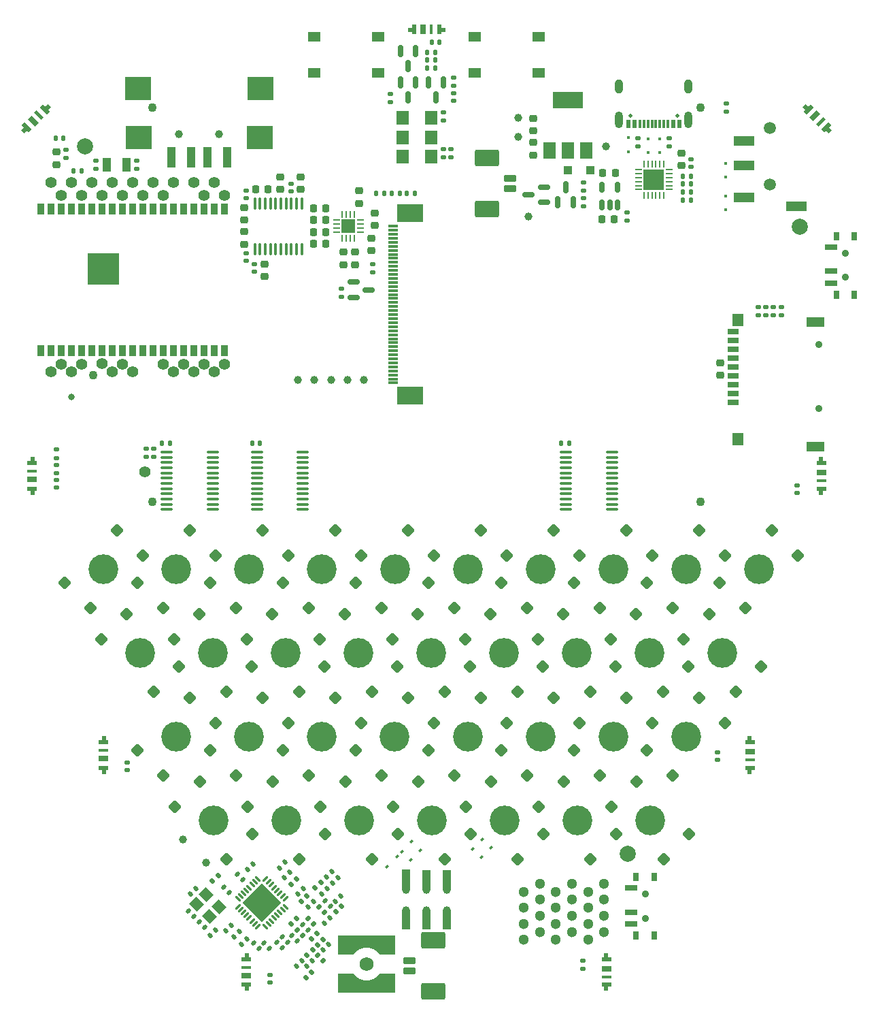
<source format=gbr>
G04 #@! TF.GenerationSoftware,KiCad,Pcbnew,7.99.0-1.20230515git1adcb86.fc37*
G04 #@! TF.CreationDate,2023-05-21T15:40:41+01:00*
G04 #@! TF.ProjectId,tr23-badge-r2,74723233-2d62-4616-9467-652d72322e6b,r2*
G04 #@! TF.SameCoordinates,Original*
G04 #@! TF.FileFunction,Soldermask,Bot*
G04 #@! TF.FilePolarity,Negative*
%FSLAX46Y46*%
G04 Gerber Fmt 4.6, Leading zero omitted, Abs format (unit mm)*
G04 Created by KiCad (PCBNEW 7.99.0-1.20230515git1adcb86.fc37) date 2023-05-21 15:40:41*
%MOMM*%
%LPD*%
G01*
G04 APERTURE LIST*
G04 Aperture macros list*
%AMRoundRect*
0 Rectangle with rounded corners*
0 $1 Rounding radius*
0 $2 $3 $4 $5 $6 $7 $8 $9 X,Y pos of 4 corners*
0 Add a 4 corners polygon primitive as box body*
4,1,4,$2,$3,$4,$5,$6,$7,$8,$9,$2,$3,0*
0 Add four circle primitives for the rounded corners*
1,1,$1+$1,$2,$3*
1,1,$1+$1,$4,$5*
1,1,$1+$1,$6,$7*
1,1,$1+$1,$8,$9*
0 Add four rect primitives between the rounded corners*
20,1,$1+$1,$2,$3,$4,$5,0*
20,1,$1+$1,$4,$5,$6,$7,0*
20,1,$1+$1,$6,$7,$8,$9,0*
20,1,$1+$1,$8,$9,$2,$3,0*%
%AMRotRect*
0 Rectangle, with rotation*
0 The origin of the aperture is its center*
0 $1 length*
0 $2 width*
0 $3 Rotation angle, in degrees counterclockwise*
0 Add horizontal line*
21,1,$1,$2,0,0,$3*%
%AMFreePoly0*
4,1,9,0.275000,-0.600000,-0.275000,-0.600000,-0.275000,-0.350000,-0.725000,-0.350000,-0.725000,0.200000,-0.275000,0.200000,-0.275000,0.600000,0.275000,0.600000,0.275000,-0.600000,0.275000,-0.600000,$1*%
%AMFreePoly1*
4,1,9,0.275000,0.200000,0.725000,0.200000,0.725000,-0.350000,0.275000,-0.350000,0.275000,-0.600000,-0.275000,-0.600000,-0.275000,0.600000,0.275000,0.600000,0.275000,0.200000,0.275000,0.200000,$1*%
%AMFreePoly2*
4,1,25,3.555000,-1.595000,1.645000,-1.595000,1.500000,-1.420000,1.360000,-1.280000,1.205000,-1.155000,1.035000,-1.045000,0.860000,-0.950000,0.675000,-0.875000,0.480000,-0.820000,0.280000,-0.780000,0.085000,-0.765000,-0.085000,-0.765000,-0.280000,-0.780000,-0.480000,-0.820000,-0.675000,-0.875000,-0.860000,-0.950000,-1.035000,-1.045000,-1.205000,-1.155000,-1.360000,-1.280000,-1.500000,-1.420000,
-1.645000,-1.595000,-3.555000,-1.595000,-3.555000,0.755000,3.555000,0.755000,3.555000,-1.595000,3.555000,-1.595000,$1*%
G04 Aperture macros list end*
%ADD10C,1.300000*%
%ADD11C,1.100000*%
%ADD12C,0.800000*%
%ADD13RoundRect,0.225000X-0.250000X0.225000X-0.250000X-0.225000X0.250000X-0.225000X0.250000X0.225000X0*%
%ADD14R,1.500000X1.800000*%
%ADD15RoundRect,0.150000X-0.150000X0.587500X-0.150000X-0.587500X0.150000X-0.587500X0.150000X0.587500X0*%
%ADD16RoundRect,0.135000X-0.135000X-0.185000X0.135000X-0.185000X0.135000X0.185000X-0.135000X0.185000X0*%
%ADD17RoundRect,0.135000X0.135000X0.185000X-0.135000X0.185000X-0.135000X-0.185000X0.135000X-0.185000X0*%
%ADD18RoundRect,0.135000X-0.185000X0.135000X-0.185000X-0.135000X0.185000X-0.135000X0.185000X0.135000X0*%
%ADD19C,1.400000*%
%ADD20RoundRect,0.135000X0.185000X-0.135000X0.185000X0.135000X-0.185000X0.135000X-0.185000X-0.135000X0*%
%ADD21RoundRect,0.150000X0.150000X-0.587500X0.150000X0.587500X-0.150000X0.587500X-0.150000X-0.587500X0*%
%ADD22RoundRect,0.225000X0.250000X-0.225000X0.250000X0.225000X-0.250000X0.225000X-0.250000X-0.225000X0*%
%ADD23RoundRect,0.225000X-0.225000X-0.250000X0.225000X-0.250000X0.225000X0.250000X-0.225000X0.250000X0*%
%ADD24RoundRect,0.150000X0.150000X-0.512500X0.150000X0.512500X-0.150000X0.512500X-0.150000X-0.512500X0*%
%ADD25RoundRect,0.140000X-0.170000X0.140000X-0.170000X-0.140000X0.170000X-0.140000X0.170000X0.140000X0*%
%ADD26C,0.500000*%
%ADD27R,0.620000X1.100000*%
%ADD28R,0.300000X1.100000*%
%ADD29O,1.000000X2.100000*%
%ADD30O,1.000000X1.800000*%
%ADD31R,1.000000X1.800000*%
%ADD32RoundRect,0.140000X0.170000X-0.140000X0.170000X0.140000X-0.170000X0.140000X-0.170000X-0.140000X0*%
%ADD33R,1.550000X1.300000*%
%ADD34FreePoly0,270.000000*%
%ADD35R,1.200000X0.700000*%
%ADD36R,1.200000X0.450000*%
%ADD37FreePoly1,270.000000*%
%ADD38FreePoly0,0.000000*%
%ADD39R,0.700000X1.200000*%
%ADD40R,0.450000X1.200000*%
%ADD41FreePoly1,0.000000*%
%ADD42FreePoly0,90.000000*%
%ADD43FreePoly1,90.000000*%
%ADD44FreePoly0,315.000000*%
%ADD45RotRect,0.700000X1.200000X315.000000*%
%ADD46RotRect,0.450000X1.200000X315.000000*%
%ADD47FreePoly1,315.000000*%
%ADD48R,0.800000X1.000000*%
%ADD49C,0.900000*%
%ADD50R,1.500000X0.700000*%
%ADD51R,0.350000X0.400000*%
%ADD52C,1.000000*%
%ADD53R,0.930000X1.450000*%
%ADD54R,4.000000X4.000000*%
%ADD55RoundRect,0.200000X0.600000X-0.200000X0.600000X0.200000X-0.600000X0.200000X-0.600000X-0.200000X0*%
%ADD56RoundRect,0.250001X1.249999X-0.799999X1.249999X0.799999X-1.249999X0.799999X-1.249999X-0.799999X0*%
%ADD57RoundRect,0.140000X0.021213X-0.219203X0.219203X-0.021213X-0.021213X0.219203X-0.219203X0.021213X0*%
%ADD58RoundRect,0.140000X-0.219203X-0.021213X-0.021213X-0.219203X0.219203X0.021213X0.021213X0.219203X0*%
%ADD59RoundRect,0.135000X-0.035355X0.226274X-0.226274X0.035355X0.035355X-0.226274X0.226274X-0.035355X0*%
%ADD60RoundRect,0.140000X0.219203X0.021213X0.021213X0.219203X-0.219203X-0.021213X-0.021213X-0.219203X0*%
%ADD61C,1.730000*%
%ADD62FreePoly2,0.000000*%
%ADD63FreePoly2,180.000000*%
%ADD64RoundRect,0.140000X-0.021213X0.219203X-0.219203X0.021213X0.021213X-0.219203X0.219203X-0.021213X0*%
%ADD65RoundRect,0.147500X-0.017678X0.226274X-0.226274X0.017678X0.017678X-0.226274X0.226274X-0.017678X0*%
%ADD66RoundRect,0.147500X-0.226274X-0.017678X-0.017678X-0.226274X0.226274X0.017678X0.017678X0.226274X0*%
%ADD67RoundRect,0.147500X0.017678X-0.226274X0.226274X-0.017678X-0.017678X0.226274X-0.226274X0.017678X0*%
%ADD68RotRect,1.400000X1.200000X135.000000*%
%ADD69RoundRect,0.135000X0.226274X0.035355X0.035355X0.226274X-0.226274X-0.035355X-0.035355X-0.226274X0*%
%ADD70RoundRect,0.135000X0.035355X-0.226274X0.226274X-0.035355X-0.035355X0.226274X-0.226274X0.035355X0*%
%ADD71RoundRect,0.062500X-0.309359X0.220971X0.220971X-0.309359X0.309359X-0.220971X-0.220971X0.309359X0*%
%ADD72RoundRect,0.062500X-0.309359X-0.220971X-0.220971X-0.309359X0.309359X0.220971X0.220971X0.309359X0*%
%ADD73RotRect,3.450000X3.450000X315.000000*%
%ADD74C,2.000000*%
%ADD75R,1.500000X2.000000*%
%ADD76R,3.800000X2.000000*%
%ADD77RoundRect,0.250000X-0.300000X-0.300000X0.300000X-0.300000X0.300000X0.300000X-0.300000X0.300000X0*%
%ADD78RotRect,0.400000X0.350000X45.000000*%
%ADD79RoundRect,0.100000X-0.100000X0.637500X-0.100000X-0.637500X0.100000X-0.637500X0.100000X0.637500X0*%
%ADD80RoundRect,0.225000X0.225000X0.250000X-0.225000X0.250000X-0.225000X-0.250000X0.225000X-0.250000X0*%
%ADD81RoundRect,0.062500X-0.350000X-0.062500X0.350000X-0.062500X0.350000X0.062500X-0.350000X0.062500X0*%
%ADD82RoundRect,0.062500X-0.062500X-0.350000X0.062500X-0.350000X0.062500X0.350000X-0.062500X0.350000X0*%
%ADD83R,1.700000X1.700000*%
%ADD84R,1.400000X0.700000*%
%ADD85R,2.200000X1.200000*%
%ADD86R,1.400000X1.600000*%
%ADD87RoundRect,0.140000X-0.140000X-0.170000X0.140000X-0.170000X0.140000X0.170000X-0.140000X0.170000X0*%
%ADD88RoundRect,0.100000X0.637500X0.100000X-0.637500X0.100000X-0.637500X-0.100000X0.637500X-0.100000X0*%
%ADD89RoundRect,0.135000X0.134997X0.185002X-0.135003X0.184998X-0.134997X-0.185002X0.135003X-0.184998X0*%
%ADD90RoundRect,0.062500X-0.062500X0.350000X-0.062500X-0.350000X0.062500X-0.350000X0.062500X0.350000X0*%
%ADD91RoundRect,0.062500X-0.350000X0.062500X-0.350000X-0.062500X0.350000X-0.062500X0.350000X0.062500X0*%
%ADD92R,2.600000X2.600000*%
%ADD93RoundRect,0.150000X0.587500X0.150000X-0.587500X0.150000X-0.587500X-0.150000X0.587500X-0.150000X0*%
%ADD94R,1.000000X2.500000*%
%ADD95R,3.250000X3.000000*%
%ADD96C,1.500000*%
%ADD97C,0.550000*%
%ADD98R,2.500000X1.200000*%
%ADD99C,3.700000*%
%ADD100RoundRect,0.325000X0.000000X-0.459619X0.459619X0.000000X0.000000X0.459619X-0.459619X0.000000X0*%
%ADD101RoundRect,0.200000X-0.600000X0.200000X-0.600000X-0.200000X0.600000X-0.200000X0.600000X0.200000X0*%
%ADD102RoundRect,0.250001X-1.249999X0.799999X-1.249999X-0.799999X1.249999X-0.799999X1.249999X0.799999X0*%
%ADD103R,1.000000X2.450000*%
%ADD104RoundRect,0.325000X0.459619X0.000000X0.000000X0.459619X-0.459619X0.000000X0.000000X-0.459619X0*%
%ADD105RoundRect,0.150000X-0.587500X-0.150000X0.587500X-0.150000X0.587500X0.150000X-0.587500X0.150000X0*%
%ADD106FreePoly0,45.000000*%
%ADD107RotRect,0.700000X1.200000X45.000000*%
%ADD108RotRect,0.450000X1.200000X45.000000*%
%ADD109FreePoly1,45.000000*%
%ADD110R,1.200000X0.300000*%
%ADD111R,3.300000X2.200000*%
G04 APERTURE END LIST*
D10*
G04 #@! TO.C,SPEAKER1*
X168600000Y-151850000D03*
X164600000Y-151850000D03*
X160600000Y-151850000D03*
X170600000Y-150850000D03*
X166600000Y-150850000D03*
X162600000Y-150850000D03*
X168600000Y-149850000D03*
X164600000Y-149850000D03*
X160600000Y-149850000D03*
X170600000Y-148850000D03*
X166600000Y-148850000D03*
X162600000Y-148850000D03*
X168600000Y-147850000D03*
X164600000Y-147850000D03*
X160600000Y-147850000D03*
X170600000Y-146850000D03*
X166600000Y-146850000D03*
X162600000Y-146850000D03*
X168600000Y-145850000D03*
X164600000Y-145850000D03*
X160600000Y-145850000D03*
X170600000Y-144850000D03*
X166600000Y-144850000D03*
X162600000Y-144850000D03*
G04 #@! TD*
D11*
G04 #@! TO.C,DISP1*
X114377500Y-97362500D03*
X182627500Y-97362500D03*
X114377500Y-48322500D03*
X182627500Y-48322500D03*
G04 #@! TD*
D12*
G04 #@! TO.C,S5*
X104283497Y-84336003D03*
D11*
X106970503Y-81648997D03*
G04 #@! TD*
D13*
G04 #@! TO.C,C9*
X161750000Y-49682500D03*
X161750000Y-51232500D03*
G04 #@! TD*
D14*
G04 #@! TO.C,D1*
X145500000Y-54457500D03*
X149100000Y-54457500D03*
G04 #@! TD*
D15*
G04 #@! TO.C,Q1*
X148700000Y-45220000D03*
X150600000Y-45220000D03*
X149650000Y-47095000D03*
G04 #@! TD*
G04 #@! TO.C,Q2*
X145250000Y-45220000D03*
X147150000Y-45220000D03*
X146200000Y-47095000D03*
G04 #@! TD*
D16*
G04 #@! TO.C,R3*
X148590000Y-41457500D03*
X149610000Y-41457500D03*
G04 #@! TD*
D17*
G04 #@! TO.C,R1*
X149610000Y-43457500D03*
X148590000Y-43457500D03*
G04 #@! TD*
D16*
G04 #@! TO.C,R2*
X148590000Y-42457500D03*
X149610000Y-42457500D03*
G04 #@! TD*
D18*
G04 #@! TO.C,R4*
X114550000Y-90747500D03*
X114550000Y-91767500D03*
G04 #@! TD*
D14*
G04 #@! TO.C,D4*
X145500000Y-49657500D03*
X149100000Y-49657500D03*
G04 #@! TD*
D19*
G04 #@! TO.C,TP16*
X104325000Y-81222500D03*
G04 #@! TD*
G04 #@! TO.C,TP17*
X105595000Y-80252500D03*
G04 #@! TD*
G04 #@! TO.C,TP1*
X103055000Y-59262500D03*
G04 #@! TD*
G04 #@! TO.C,TP2*
X117025000Y-81222500D03*
G04 #@! TD*
G04 #@! TO.C,TP3*
X118295000Y-80252500D03*
G04 #@! TD*
G04 #@! TO.C,TP4*
X115755000Y-80252500D03*
G04 #@! TD*
G04 #@! TO.C,TP5*
X111945000Y-81222500D03*
G04 #@! TD*
G04 #@! TO.C,TP6*
X117025000Y-57692500D03*
G04 #@! TD*
G04 #@! TO.C,TP7*
X119565000Y-57692500D03*
G04 #@! TD*
G04 #@! TO.C,TP8*
X115755000Y-59262500D03*
G04 #@! TD*
G04 #@! TO.C,TP9*
X119565000Y-81222500D03*
G04 #@! TD*
G04 #@! TO.C,TP10*
X110675000Y-80252500D03*
G04 #@! TD*
G04 #@! TO.C,TP11*
X109405000Y-81222500D03*
G04 #@! TD*
G04 #@! TO.C,TP12*
X108065000Y-80222500D03*
G04 #@! TD*
G04 #@! TO.C,TP13*
X103055000Y-80252500D03*
G04 #@! TD*
G04 #@! TO.C,TP14*
X101785000Y-81222500D03*
G04 #@! TD*
G04 #@! TO.C,TP15*
X111945000Y-57692500D03*
G04 #@! TD*
G04 #@! TO.C,TP18*
X122105000Y-81222500D03*
G04 #@! TD*
G04 #@! TO.C,TP19*
X120835000Y-80252500D03*
G04 #@! TD*
G04 #@! TO.C,TP20*
X120835000Y-59262500D03*
G04 #@! TD*
G04 #@! TO.C,TP21*
X122105000Y-57692500D03*
G04 #@! TD*
G04 #@! TO.C,TP22*
X123375000Y-59262500D03*
G04 #@! TD*
G04 #@! TO.C,TP23*
X123375000Y-80252500D03*
G04 #@! TD*
G04 #@! TO.C,TP24*
X105595000Y-59262500D03*
G04 #@! TD*
G04 #@! TO.C,TP25*
X104325000Y-57692500D03*
G04 #@! TD*
G04 #@! TO.C,TP26*
X108135000Y-59262500D03*
G04 #@! TD*
G04 #@! TO.C,TP27*
X106865000Y-57692500D03*
G04 #@! TD*
G04 #@! TO.C,TP28*
X110675000Y-59262500D03*
G04 #@! TD*
G04 #@! TO.C,TP29*
X109405000Y-57692500D03*
G04 #@! TD*
G04 #@! TO.C,TP30*
X114485000Y-57692500D03*
G04 #@! TD*
G04 #@! TO.C,TP31*
X113215000Y-59262500D03*
G04 #@! TD*
G04 #@! TO.C,TP32*
X101785000Y-57692500D03*
G04 #@! TD*
D14*
G04 #@! TO.C,D2*
X145500000Y-52057500D03*
X149100000Y-52057500D03*
G04 #@! TD*
D20*
G04 #@! TO.C,R6*
X144000000Y-47667500D03*
X144000000Y-46647500D03*
G04 #@! TD*
D21*
G04 #@! TO.C,Q5*
X166760000Y-60135000D03*
X164860000Y-60135000D03*
X165810000Y-58260000D03*
G04 #@! TD*
D22*
G04 #@! TO.C,C8*
X161750000Y-54232500D03*
X161750000Y-52682500D03*
G04 #@! TD*
D18*
G04 #@! TO.C,R10*
X151550000Y-53547500D03*
X151550000Y-54567500D03*
G04 #@! TD*
G04 #@! TO.C,R8*
X173500000Y-61397500D03*
X173500000Y-62417500D03*
G04 #@! TD*
D23*
G04 #@! TO.C,C7*
X170335000Y-62247500D03*
X171885000Y-62247500D03*
G04 #@! TD*
G04 #@! TO.C,C6*
X170435000Y-56447500D03*
X171985000Y-56447500D03*
G04 #@! TD*
D24*
G04 #@! TO.C,U1*
X172260000Y-60485000D03*
X171310000Y-60485000D03*
X170360000Y-60485000D03*
X170360000Y-58210000D03*
X172260000Y-58210000D03*
G04 #@! TD*
D18*
G04 #@! TO.C,R13*
X150600000Y-48947500D03*
X150600000Y-49967500D03*
G04 #@! TD*
D20*
G04 #@! TO.C,R12*
X168010000Y-58707500D03*
X168010000Y-57687500D03*
G04 #@! TD*
D18*
G04 #@! TO.C,R9*
X150600000Y-53547500D03*
X150600000Y-54567500D03*
G04 #@! TD*
G04 #@! TO.C,R11*
X168010000Y-59587500D03*
X168010000Y-60607500D03*
G04 #@! TD*
G04 #@! TO.C,R5*
X113600000Y-90747500D03*
X113600000Y-91767500D03*
G04 #@! TD*
D25*
G04 #@! TO.C,C5*
X151850000Y-46527500D03*
X151850000Y-47487500D03*
G04 #@! TD*
D26*
G04 #@! TO.C,J2*
X173910001Y-49357500D03*
X179689999Y-49357500D03*
D27*
X173600000Y-50407500D03*
X174400000Y-50407500D03*
D28*
X175550000Y-50407500D03*
X176550000Y-50407500D03*
X177050000Y-50407500D03*
X175050000Y-50407500D03*
D27*
X180000000Y-50407500D03*
X179200000Y-50407500D03*
D28*
X178550000Y-50407500D03*
X177550000Y-50407501D03*
X176050000Y-50407500D03*
X178050000Y-50407500D03*
D29*
X172480000Y-49857500D03*
D30*
X172480000Y-45707500D03*
D29*
X181120000Y-49857500D03*
D30*
X181120000Y-45707500D03*
G04 #@! TD*
D16*
G04 #@! TO.C,R17*
X180390000Y-57857500D03*
X181410000Y-57857500D03*
G04 #@! TD*
D17*
G04 #@! TO.C,R16*
X181410000Y-56857500D03*
X180390000Y-56857500D03*
G04 #@! TD*
D31*
G04 #@! TO.C,Y1*
X108650000Y-55457500D03*
X111150000Y-55457500D03*
G04 #@! TD*
D25*
G04 #@! TO.C,C31*
X102450000Y-94670000D03*
X102450000Y-95630000D03*
G04 #@! TD*
D32*
G04 #@! TO.C,C32*
X111200000Y-130730000D03*
X111200000Y-129770000D03*
G04 #@! TD*
D25*
G04 #@! TO.C,C33*
X129000000Y-156220000D03*
X129000000Y-157180000D03*
G04 #@! TD*
D32*
G04 #@! TO.C,C36*
X194650000Y-96280000D03*
X194650000Y-95320000D03*
G04 #@! TD*
D20*
G04 #@! TO.C,R21*
X102450000Y-93810000D03*
X102450000Y-92790000D03*
G04 #@! TD*
D32*
G04 #@! TO.C,C34*
X167950000Y-155430000D03*
X167950000Y-154470000D03*
G04 #@! TD*
D33*
G04 #@! TO.C,S1*
X142480000Y-39507500D03*
X134520000Y-39507500D03*
X134520000Y-44007500D03*
X142480000Y-44007500D03*
G04 #@! TD*
D32*
G04 #@! TO.C,C35*
X184700000Y-129480000D03*
X184700000Y-128520000D03*
G04 #@! TD*
D34*
G04 #@! TO.C,LED6*
X197650000Y-92582500D03*
D35*
X197650000Y-93707500D03*
D36*
X197650000Y-94732500D03*
D37*
X197650000Y-95732500D03*
G04 #@! TD*
D38*
G04 #@! TO.C,LED8*
X146925000Y-38607500D03*
D39*
X148050000Y-38607500D03*
D40*
X149075000Y-38607500D03*
D41*
X150075000Y-38607500D03*
G04 #@! TD*
D42*
G04 #@! TO.C,LED1*
X99350000Y-95732500D03*
D35*
X99350000Y-94607500D03*
D36*
X99350000Y-93582500D03*
D43*
X99350000Y-92582500D03*
G04 #@! TD*
D42*
G04 #@! TO.C,LED3*
X126050000Y-157432500D03*
D35*
X126050000Y-156307500D03*
D36*
X126050000Y-155282500D03*
D43*
X126050000Y-154282500D03*
G04 #@! TD*
D34*
G04 #@! TO.C,LED4*
X170950000Y-154282500D03*
D35*
X170950000Y-155407500D03*
D36*
X170950000Y-156432500D03*
D37*
X170950000Y-157432500D03*
G04 #@! TD*
D44*
G04 #@! TO.C,LED7*
X196047398Y-48582716D03*
D45*
X196842893Y-49378211D03*
D46*
X197567678Y-50102995D03*
D47*
X198274784Y-50810102D03*
G04 #@! TD*
D48*
G04 #@! TO.C,S3*
X199540000Y-71607500D03*
X201750000Y-64307500D03*
X201750000Y-71607500D03*
X199540000Y-64307500D03*
D49*
X200650000Y-69457500D03*
X200650000Y-66457500D03*
D50*
X198890000Y-65707500D03*
X198890000Y-68707500D03*
X198890000Y-70207500D03*
G04 #@! TD*
D32*
G04 #@! TO.C,C3*
X103650000Y-54580000D03*
X103650000Y-53620000D03*
G04 #@! TD*
D51*
G04 #@! TO.C,D8*
X185700000Y-55257500D03*
X185700000Y-56957500D03*
G04 #@! TD*
G04 #@! TO.C,D9*
X185700000Y-59357500D03*
X185700000Y-61057500D03*
G04 #@! TD*
D52*
G04 #@! TO.C,TP35*
X118150000Y-139350000D03*
G04 #@! TD*
D25*
G04 #@! TO.C,C1*
X107360000Y-54977500D03*
X107360000Y-55937500D03*
G04 #@! TD*
D53*
G04 #@! TO.C,A1*
X100515000Y-60947500D03*
X101785000Y-60947500D03*
X103055000Y-60947500D03*
X104325000Y-60947500D03*
X105595000Y-60947500D03*
X106865000Y-60947500D03*
X108135000Y-60947500D03*
X109405000Y-60947500D03*
X110675000Y-60947500D03*
X111945000Y-60947500D03*
X113215000Y-60947500D03*
X114485000Y-60947500D03*
X115755000Y-60947500D03*
X117025000Y-60947500D03*
X118295000Y-60947500D03*
X119565000Y-60947500D03*
X120835000Y-60947500D03*
X122105000Y-60947500D03*
X123375000Y-60947500D03*
X123375000Y-78567500D03*
X122105000Y-78567500D03*
X120835000Y-78567500D03*
X119565000Y-78567500D03*
X118295000Y-78567500D03*
X117025000Y-78567500D03*
X115755000Y-78567500D03*
X114485000Y-78567500D03*
X113215000Y-78567500D03*
X111945000Y-78567500D03*
X110675000Y-78567500D03*
X109405000Y-78567500D03*
X108135000Y-78567500D03*
X106865000Y-78567500D03*
X105595000Y-78567500D03*
X104325000Y-78567500D03*
X103055000Y-78567500D03*
X101785000Y-78567500D03*
X100515000Y-78567500D03*
D54*
X108305000Y-68377500D03*
G04 #@! TD*
D32*
G04 #@! TO.C,C2*
X112440000Y-55937500D03*
X112440000Y-54977500D03*
G04 #@! TD*
D55*
G04 #@! TO.C,J1*
X158900000Y-58407500D03*
X158900000Y-57157500D03*
D56*
X156000000Y-60957500D03*
X156000000Y-54607500D03*
G04 #@! TD*
D57*
G04 #@! TO.C,C43*
X119089179Y-146128465D03*
X119768001Y-145449643D03*
G04 #@! TD*
D58*
G04 #@! TO.C,C41*
X118833621Y-148236120D03*
X119512443Y-148914942D03*
G04 #@! TD*
D57*
G04 #@! TO.C,C62*
X130810091Y-144123691D03*
X131488913Y-143444869D03*
G04 #@! TD*
D59*
G04 #@! TO.C,R29*
X135334018Y-144682589D03*
X134612770Y-145403837D03*
G04 #@! TD*
D57*
G04 #@! TO.C,C65*
X126228463Y-143083678D03*
X126907285Y-142404856D03*
G04 #@! TD*
D60*
G04 #@! TO.C,C66*
X125623109Y-144331934D03*
X124944287Y-143653112D03*
G04 #@! TD*
D61*
G04 #@! TO.C,J8*
X141000000Y-154875000D03*
D62*
X141000000Y-152075000D03*
D63*
X141000000Y-157675000D03*
G04 #@! TD*
D57*
G04 #@! TO.C,C68*
X130224677Y-142877133D03*
X130903499Y-142198311D03*
G04 #@! TD*
D64*
G04 #@! TO.C,C50*
X134468661Y-147092550D03*
X133789839Y-147771372D03*
G04 #@! TD*
G04 #@! TO.C,C60*
X126117023Y-151744323D03*
X125438201Y-152423145D03*
G04 #@! TD*
G04 #@! TO.C,C53*
X124177287Y-150020114D03*
X123498465Y-150698936D03*
G04 #@! TD*
G04 #@! TO.C,C67*
X132964554Y-154406910D03*
X132285732Y-155085732D03*
G04 #@! TD*
D60*
G04 #@! TO.C,C42*
X120903922Y-150323462D03*
X120225100Y-149644640D03*
G04 #@! TD*
D57*
G04 #@! TO.C,C59*
X132451781Y-146110025D03*
X133130603Y-145431203D03*
G04 #@! TD*
G04 #@! TO.C,C46*
X136034903Y-143981704D03*
X136713725Y-143302882D03*
G04 #@! TD*
D64*
G04 #@! TO.C,C61*
X136289554Y-152431910D03*
X135610732Y-153110732D03*
G04 #@! TD*
D65*
G04 #@! TO.C,L8*
X135618090Y-151771321D03*
X134932196Y-152457215D03*
G04 #@! TD*
G04 #@! TO.C,L1*
X133592947Y-146414553D03*
X132907053Y-147100447D03*
G04 #@! TD*
D66*
G04 #@! TO.C,L2*
X132412324Y-150582334D03*
X133098218Y-151268228D03*
G04 #@! TD*
D64*
G04 #@! TO.C,C58*
X137839411Y-146360589D03*
X137160589Y-147039411D03*
G04 #@! TD*
D57*
G04 #@! TO.C,C55*
X135810589Y-149739411D03*
X136489411Y-149060589D03*
G04 #@! TD*
D58*
G04 #@! TO.C,C56*
X126960589Y-152218089D03*
X127639411Y-152896911D03*
G04 #@! TD*
D67*
G04 #@! TO.C,L3*
X131640022Y-149831387D03*
X132325916Y-149145493D03*
G04 #@! TD*
D66*
G04 #@! TO.C,L5*
X135133341Y-147753553D03*
X135819235Y-148439447D03*
G04 #@! TD*
D57*
G04 #@! TO.C,C45*
X136807205Y-144754006D03*
X137486027Y-144075184D03*
G04 #@! TD*
D64*
G04 #@! TO.C,C69*
X134289554Y-154406910D03*
X133610732Y-155085732D03*
G04 #@! TD*
D59*
G04 #@! TO.C,R27*
X132352573Y-144269497D03*
X131631325Y-144990745D03*
G04 #@! TD*
D68*
G04 #@! TO.C,Y2*
X121438077Y-148967595D03*
X119882442Y-147411960D03*
X121084523Y-146209879D03*
X122640158Y-147765514D03*
G04 #@! TD*
D58*
G04 #@! TO.C,C44*
X128275962Y-152211296D03*
X128954784Y-152890118D03*
G04 #@! TD*
D67*
G04 #@! TO.C,L9*
X133507053Y-156517947D03*
X134192947Y-155832053D03*
G04 #@! TD*
D69*
G04 #@! TO.C,R30*
X135635767Y-154456945D03*
X134914519Y-153735697D03*
G04 #@! TD*
D60*
G04 #@! TO.C,C64*
X123970741Y-145984301D03*
X123291919Y-145305479D03*
G04 #@! TD*
D70*
G04 #@! TO.C,R31*
X133589519Y-153781945D03*
X134310767Y-153060697D03*
G04 #@! TD*
D71*
G04 #@! TO.C,U9*
X125007784Y-146748260D03*
X125361338Y-146394707D03*
X125714891Y-146041153D03*
X126068445Y-145687600D03*
X126421998Y-145334047D03*
X126775551Y-144980493D03*
X127129105Y-144626940D03*
X127482658Y-144273386D03*
D72*
X128454930Y-144273386D03*
X128808483Y-144626940D03*
X129162037Y-144980493D03*
X129515590Y-145334047D03*
X129869143Y-145687600D03*
X130222697Y-146041153D03*
X130576250Y-146394707D03*
X130929804Y-146748260D03*
D71*
X130929804Y-147720532D03*
X130576250Y-148074085D03*
X130222697Y-148427639D03*
X129869143Y-148781192D03*
X129515590Y-149134745D03*
X129162037Y-149488299D03*
X128808483Y-149841852D03*
X128454930Y-150195406D03*
D72*
X127482658Y-150195406D03*
X127129105Y-149841852D03*
X126775551Y-149488299D03*
X126421998Y-149134745D03*
X126068445Y-148781192D03*
X125714891Y-148427639D03*
X125361338Y-148074085D03*
X125007784Y-147720532D03*
D73*
X127968794Y-147234396D03*
G04 #@! TD*
D58*
G04 #@! TO.C,C49*
X131710589Y-151268089D03*
X132389411Y-151946911D03*
G04 #@! TD*
D67*
G04 #@! TO.C,L6*
X137182053Y-148342947D03*
X137867947Y-147657053D03*
G04 #@! TD*
D60*
G04 #@! TO.C,C52*
X136552080Y-147699530D03*
X135873258Y-147020708D03*
G04 #@! TD*
D64*
G04 #@! TO.C,C57*
X122214263Y-150618139D03*
X121535441Y-151296961D03*
G04 #@! TD*
D67*
G04 #@! TO.C,L4*
X134199395Y-151708260D03*
X134885289Y-151022366D03*
G04 #@! TD*
D58*
G04 #@! TO.C,C51*
X129838526Y-152157415D03*
X130517348Y-152836237D03*
G04 #@! TD*
D64*
G04 #@! TO.C,C47*
X136085107Y-145476104D03*
X135406285Y-146154926D03*
G04 #@! TD*
G04 #@! TO.C,C48*
X125218997Y-150774455D03*
X124540175Y-151453277D03*
G04 #@! TD*
D58*
G04 #@! TO.C,C63*
X130537289Y-151455258D03*
X131216111Y-152134080D03*
G04 #@! TD*
G04 #@! TO.C,C54*
X133089379Y-149912351D03*
X133768201Y-150591173D03*
G04 #@! TD*
D74*
G04 #@! TO.C,FID4*
X195002000Y-63157500D03*
G04 #@! TD*
G04 #@! TO.C,FID5*
X106002000Y-53157500D03*
G04 #@! TD*
G04 #@! TO.C,FID6*
X173502000Y-141157500D03*
G04 #@! TD*
D52*
G04 #@! TO.C,TP34*
X121060600Y-142250500D03*
G04 #@! TD*
D18*
G04 #@! TO.C,R23*
X190750000Y-73137500D03*
X190750000Y-74157500D03*
G04 #@! TD*
G04 #@! TO.C,R24*
X189800000Y-73147500D03*
X189800000Y-74167500D03*
G04 #@! TD*
G04 #@! TO.C,R22*
X191700000Y-73147500D03*
X191700000Y-74167500D03*
G04 #@! TD*
D22*
G04 #@! TO.C,C37*
X185100000Y-81632500D03*
X185100000Y-80082500D03*
G04 #@! TD*
D66*
G04 #@! TO.C,L7*
X133757053Y-149214553D03*
X134442947Y-149900447D03*
G04 #@! TD*
D18*
G04 #@! TO.C,R25*
X192650000Y-73147500D03*
X192650000Y-74167500D03*
G04 #@! TD*
D75*
G04 #@! TO.C,U2*
X168400000Y-53707500D03*
X166100000Y-53707500D03*
X163800000Y-53707500D03*
D76*
X166100000Y-47407500D03*
G04 #@! TD*
D33*
G04 #@! TO.C,S2*
X154520000Y-44007500D03*
X162480000Y-44007500D03*
X162480000Y-39507500D03*
X154520000Y-39507500D03*
G04 #@! TD*
D18*
G04 #@! TO.C,R7*
X151850000Y-44647500D03*
X151850000Y-45667500D03*
G04 #@! TD*
D15*
G04 #@! TO.C,Q3*
X145250000Y-41320000D03*
X147150000Y-41320000D03*
X146200000Y-43195000D03*
G04 #@! TD*
D77*
G04 #@! TO.C,D3*
X166100000Y-56107500D03*
X168900000Y-56107500D03*
G04 #@! TD*
D78*
G04 #@! TO.C,D13*
X146498959Y-141908541D03*
X147701041Y-140706459D03*
G04 #@! TD*
G04 #@! TO.C,D14*
X143597918Y-142709582D03*
X144800000Y-141507500D03*
G04 #@! TD*
G04 #@! TO.C,D11*
X154248959Y-140551041D03*
X155451041Y-139348959D03*
G04 #@! TD*
G04 #@! TO.C,D12*
X155298959Y-141601041D03*
X156501041Y-140398959D03*
G04 #@! TD*
D23*
G04 #@! TO.C,C16*
X127225000Y-58507500D03*
X128775000Y-58507500D03*
G04 #@! TD*
D22*
G04 #@! TO.C,C17*
X132800000Y-58532500D03*
X132800000Y-56982500D03*
G04 #@! TD*
D25*
G04 #@! TO.C,C18*
X127097800Y-67824700D03*
X127097800Y-68784700D03*
G04 #@! TD*
D22*
G04 #@! TO.C,C15*
X130250000Y-58532500D03*
X130250000Y-56982500D03*
G04 #@! TD*
D13*
G04 #@! TO.C,C20*
X128367800Y-67783700D03*
X128367800Y-69333700D03*
G04 #@! TD*
D32*
G04 #@! TO.C,C14*
X131600000Y-58787500D03*
X131600000Y-57827500D03*
G04 #@! TD*
G04 #@! TO.C,C12*
X126050000Y-59637500D03*
X126050000Y-58677500D03*
G04 #@! TD*
D79*
G04 #@! TO.C,U4*
X127119200Y-60260600D03*
X127769200Y-60260600D03*
X128419200Y-60260600D03*
X129069200Y-60260600D03*
X129719200Y-60260600D03*
X130369200Y-60260600D03*
X131019200Y-60260600D03*
X131669200Y-60260600D03*
X132319200Y-60260600D03*
X132969200Y-60260600D03*
X132969200Y-65985600D03*
X132319200Y-65985600D03*
X131669200Y-65985600D03*
X131019200Y-65985600D03*
X130369200Y-65985600D03*
X129719200Y-65985600D03*
X129069200Y-65985600D03*
X128419200Y-65985600D03*
X127769200Y-65985600D03*
X127119200Y-65985600D03*
G04 #@! TD*
D22*
G04 #@! TO.C,C4*
X102450000Y-55425000D03*
X102450000Y-53875000D03*
G04 #@! TD*
D13*
G04 #@! TO.C,C26*
X139613200Y-66320300D03*
X139613200Y-67870300D03*
G04 #@! TD*
G04 #@! TO.C,C27*
X138140000Y-66320300D03*
X138140000Y-67870300D03*
G04 #@! TD*
G04 #@! TO.C,C13*
X125800000Y-60782500D03*
X125800000Y-62332500D03*
G04 #@! TD*
D25*
G04 #@! TO.C,C19*
X126050000Y-66477500D03*
X126050000Y-67437500D03*
G04 #@! TD*
D22*
G04 #@! TO.C,C21*
X125800000Y-65332500D03*
X125800000Y-63782500D03*
G04 #@! TD*
D80*
G04 #@! TO.C,C22*
X135950000Y-63834300D03*
X134400000Y-63834300D03*
G04 #@! TD*
G04 #@! TO.C,C23*
X135950000Y-65307500D03*
X134400000Y-65307500D03*
G04 #@! TD*
G04 #@! TO.C,C24*
X135950000Y-62335700D03*
X134400000Y-62335700D03*
G04 #@! TD*
G04 #@! TO.C,C25*
X135950000Y-60862500D03*
X134400000Y-60862500D03*
G04 #@! TD*
D22*
G04 #@! TO.C,C28*
X142050000Y-63018900D03*
X142050000Y-61468900D03*
G04 #@! TD*
G04 #@! TO.C,C29*
X141650000Y-66125000D03*
X141650000Y-64575000D03*
G04 #@! TD*
D18*
G04 #@! TO.C,R14*
X174850000Y-52147500D03*
X174850000Y-53167500D03*
G04 #@! TD*
G04 #@! TO.C,R15*
X178750000Y-52147500D03*
X178750000Y-53167500D03*
G04 #@! TD*
D81*
G04 #@! TO.C,U5*
X137312500Y-63857500D03*
X137312500Y-63357500D03*
X137312500Y-62857500D03*
X137312500Y-62357500D03*
D82*
X138025000Y-61645000D03*
X138525000Y-61645000D03*
X139025000Y-61645000D03*
X139525000Y-61645000D03*
D81*
X140237500Y-62357500D03*
X140237500Y-62857500D03*
X140237500Y-63357500D03*
X140237500Y-63857500D03*
D82*
X139525000Y-64570000D03*
X139025000Y-64570000D03*
X138525000Y-64570000D03*
X138025000Y-64570000D03*
D83*
X138775000Y-63107500D03*
G04 #@! TD*
D19*
G04 #@! TO.C,TP33*
X113400000Y-93657500D03*
G04 #@! TD*
D78*
G04 #@! TO.C,D10*
X145450000Y-140857500D03*
X146652082Y-139655418D03*
G04 #@! TD*
D70*
G04 #@! TO.C,R28*
X121839376Y-144568124D03*
X122560624Y-143846876D03*
G04 #@! TD*
D16*
G04 #@! TO.C,R18*
X180390000Y-58857500D03*
X181410000Y-58857500D03*
G04 #@! TD*
D84*
G04 #@! TO.C,J7*
X186700000Y-82807500D03*
D49*
X197300000Y-77807500D03*
X197300000Y-85807500D03*
D85*
X196900000Y-90507500D03*
X196900000Y-75007500D03*
D86*
X187300000Y-89607500D03*
X187300000Y-74757500D03*
D84*
X186700000Y-83907500D03*
X186700000Y-85007500D03*
X186700000Y-81707500D03*
X186700000Y-80607500D03*
X186700000Y-79507500D03*
X186700000Y-78407500D03*
X186700000Y-77307500D03*
X186700000Y-76207500D03*
G04 #@! TD*
D87*
G04 #@! TO.C,C38*
X115570000Y-90107500D03*
X116530000Y-90107500D03*
G04 #@! TD*
D88*
G04 #@! TO.C,U6*
X121862500Y-91182500D03*
X121862500Y-91832500D03*
X121862500Y-92482500D03*
X121862500Y-93132500D03*
X121862500Y-93782500D03*
X121862500Y-94432500D03*
X121862500Y-95082500D03*
X121862500Y-95732500D03*
X121862500Y-96382500D03*
X121862500Y-97032500D03*
X121862500Y-97682500D03*
X121862500Y-98332500D03*
X116137500Y-98332500D03*
X116137500Y-97682500D03*
X116137500Y-97032500D03*
X116137500Y-96382500D03*
X116137500Y-95732500D03*
X116137500Y-95082500D03*
X116137500Y-94432500D03*
X116137500Y-93782500D03*
X116137500Y-93132500D03*
X116137500Y-92482500D03*
X116137500Y-91832500D03*
X116137500Y-91182500D03*
G04 #@! TD*
D16*
G04 #@! TO.C,R26*
X104540000Y-56257500D03*
X105560000Y-56257500D03*
G04 #@! TD*
D89*
G04 #@! TO.C,R19*
X181410000Y-59857491D03*
X180390000Y-59857509D03*
G04 #@! TD*
D51*
G04 #@! TO.C,D6*
X176050000Y-52207500D03*
X176050000Y-53907500D03*
G04 #@! TD*
G04 #@! TO.C,D7*
X173650000Y-52107500D03*
X173650000Y-53807500D03*
G04 #@! TD*
G04 #@! TO.C,D5*
X177550000Y-52207500D03*
X177550000Y-53907500D03*
G04 #@! TD*
D22*
G04 #@! TO.C,C10*
X180250000Y-55532500D03*
X180250000Y-53982500D03*
G04 #@! TD*
D32*
G04 #@! TO.C,C11*
X181450000Y-55737500D03*
X181450000Y-54777500D03*
G04 #@! TD*
D90*
G04 #@! TO.C,U3*
X175550000Y-55357500D03*
X176050000Y-55357500D03*
X176550000Y-55357500D03*
X177050000Y-55357500D03*
X177550000Y-55357500D03*
X178050000Y-55357500D03*
D91*
X178737500Y-56045000D03*
X178737500Y-56545000D03*
X178737500Y-57045000D03*
X178737500Y-57545000D03*
X178737500Y-58045000D03*
X178737500Y-58545000D03*
D90*
X178050000Y-59232500D03*
X177550000Y-59232500D03*
X177050000Y-59232500D03*
X176550000Y-59232500D03*
X176050000Y-59232500D03*
X175550000Y-59232500D03*
D91*
X174862500Y-58545000D03*
X174862500Y-58045000D03*
X174862500Y-57545000D03*
X174862500Y-57045000D03*
X174862500Y-56545000D03*
X174862500Y-56045000D03*
D92*
X176800000Y-57295000D03*
G04 #@! TD*
D93*
G04 #@! TO.C,Q4*
X163097500Y-58247500D03*
X163097500Y-60147500D03*
X161222500Y-59197500D03*
G04 #@! TD*
D52*
G04 #@! TO.C,J3*
X117700000Y-51607500D03*
X122700000Y-51607500D03*
D94*
X116700000Y-54507500D03*
X119200000Y-54507500D03*
X121200000Y-54507500D03*
X123700000Y-54507500D03*
D95*
X112600000Y-46007500D03*
X112700000Y-52107500D03*
X127700000Y-52107500D03*
X127800000Y-46007500D03*
G04 #@! TD*
D13*
G04 #@! TO.C,C30*
X140132800Y-58692300D03*
X140132800Y-60242300D03*
G04 #@! TD*
D96*
G04 #@! TO.C,J5*
X191250000Y-50907500D03*
X191250000Y-57907500D03*
D97*
X187050000Y-55207500D03*
D98*
X188000000Y-55507500D03*
D97*
X187050000Y-55807500D03*
X187050000Y-52207500D03*
X188950000Y-52207500D03*
D98*
X188000000Y-52507500D03*
D97*
X187050000Y-52807500D03*
X188950000Y-52807500D03*
X193550000Y-60307500D03*
X195450000Y-60307500D03*
D98*
X194500000Y-60607500D03*
D97*
X193550000Y-60907500D03*
X195450000Y-60907500D03*
X187050000Y-59207500D03*
X188950000Y-59207500D03*
D98*
X188000000Y-59507500D03*
D97*
X187050000Y-59807500D03*
X188950000Y-59807500D03*
G04 #@! TD*
D99*
G04 #@! TO.C,SW5*
X180793000Y-105752500D03*
D100*
X179131299Y-110596181D03*
X185636681Y-104090799D03*
X182454701Y-100908819D03*
X175949319Y-107414201D03*
G04 #@! TD*
D101*
G04 #@! TO.C,J9*
X146400000Y-154425000D03*
X146400000Y-155675000D03*
D102*
X149300000Y-151875000D03*
X149300000Y-158225000D03*
G04 #@! TD*
D99*
G04 #@! TO.C,SW14*
X153605000Y-126582500D03*
D100*
X151943299Y-131426181D03*
X158448681Y-124920799D03*
X155266701Y-121738819D03*
X148761319Y-128244201D03*
G04 #@! TD*
D99*
G04 #@! TO.C,SW12*
X162669000Y-105752500D03*
D100*
X161007299Y-110596181D03*
X167512681Y-104090799D03*
X164330701Y-100908819D03*
X157825319Y-107414201D03*
G04 #@! TD*
D52*
G04 #@! TO.C,J6*
X145967000Y-148145500D03*
X145967000Y-145605500D03*
X148507000Y-148145500D03*
X148507000Y-145605500D03*
X151047000Y-148145500D03*
X151047000Y-145605500D03*
D94*
X145967000Y-144375500D03*
D103*
X145967000Y-149375500D03*
X148507000Y-144375500D03*
X148507000Y-149375500D03*
X151047000Y-144375500D03*
X151047000Y-149375500D03*
G04 #@! TD*
D99*
G04 #@! TO.C,SW16*
X149075000Y-116172500D03*
D104*
X153918681Y-117834201D03*
X147413299Y-111328819D03*
X144231319Y-114510799D03*
X150736701Y-121016181D03*
G04 #@! TD*
D99*
G04 #@! TO.C,SW32*
X158205000Y-136992500D03*
D104*
X163048681Y-138654201D03*
X156543299Y-132148819D03*
X153361319Y-135330799D03*
X159866701Y-141836181D03*
G04 #@! TD*
D99*
G04 #@! TO.C,SW1*
X189855000Y-105752500D03*
D100*
X188193299Y-110596181D03*
X194698681Y-104090799D03*
X191516701Y-100908819D03*
X185011319Y-107414201D03*
G04 #@! TD*
D99*
G04 #@! TO.C,SW28*
X117357000Y-126582500D03*
D100*
X115695299Y-131426181D03*
X122200681Y-124920799D03*
X119018701Y-121738819D03*
X112513319Y-128244201D03*
G04 #@! TD*
D42*
G04 #@! TO.C,LED2*
X108250000Y-130432500D03*
D35*
X108250000Y-129307500D03*
D36*
X108250000Y-128282500D03*
D43*
X108250000Y-127282500D03*
G04 #@! TD*
D87*
G04 #@! TO.C,C40*
X126820000Y-90107500D03*
X127780000Y-90107500D03*
G04 #@! TD*
D99*
G04 #@! TO.C,SW21*
X131019000Y-136992500D03*
D104*
X135862681Y-138654201D03*
X129357299Y-132148819D03*
X126175319Y-135330799D03*
X132680701Y-141836181D03*
G04 #@! TD*
D87*
G04 #@! TO.C,C72*
X102320000Y-52150000D03*
X103280000Y-52150000D03*
G04 #@! TD*
D18*
G04 #@! TO.C,R33*
X102450000Y-90890000D03*
X102450000Y-91910000D03*
G04 #@! TD*
D99*
G04 #@! TO.C,SW26*
X126421000Y-105752500D03*
D100*
X124759299Y-110596181D03*
X131264681Y-104090799D03*
X128082701Y-100908819D03*
X121577319Y-107414201D03*
G04 #@! TD*
D105*
G04 #@! TO.C,Q6*
X139412500Y-71957500D03*
X139412500Y-70057500D03*
X141287500Y-71007500D03*
G04 #@! TD*
D99*
G04 #@! TO.C,SW18*
X144545000Y-105752500D03*
D100*
X142883299Y-110596181D03*
X149388681Y-104090799D03*
X146206701Y-100908819D03*
X139701319Y-107414201D03*
G04 #@! TD*
D99*
G04 #@! TO.C,SW29*
X117359000Y-105752500D03*
D100*
X115697299Y-110596181D03*
X122202681Y-104090799D03*
X119020701Y-100908819D03*
X112515319Y-107414201D03*
G04 #@! TD*
D99*
G04 #@! TO.C,SW34*
X140081000Y-136992500D03*
D104*
X144924681Y-138654201D03*
X138419299Y-132148819D03*
X135237319Y-135330799D03*
X141742701Y-141836181D03*
G04 #@! TD*
D99*
G04 #@! TO.C,SW31*
X108297000Y-105752500D03*
D100*
X106635299Y-110596181D03*
X113140681Y-104090799D03*
X109958701Y-100908819D03*
X103453319Y-107414201D03*
G04 #@! TD*
D99*
G04 #@! TO.C,SW8*
X167267000Y-136992500D03*
D104*
X172110681Y-138654201D03*
X165605299Y-132148819D03*
X162423319Y-135330799D03*
X168928701Y-141836181D03*
G04 #@! TD*
D99*
G04 #@! TO.C,SW30*
X112827000Y-116172500D03*
D104*
X117670681Y-117834201D03*
X111165299Y-111328819D03*
X107983319Y-114510799D03*
X114488701Y-121016181D03*
G04 #@! TD*
D99*
G04 #@! TO.C,SW9*
X171731000Y-105752500D03*
D100*
X170069299Y-110596181D03*
X176574681Y-104090799D03*
X173392701Y-100908819D03*
X166887319Y-107414201D03*
G04 #@! TD*
D52*
G04 #@! TO.C,TP39*
X170850000Y-53207500D03*
G04 #@! TD*
D99*
G04 #@! TO.C,SW20*
X135481000Y-126582500D03*
D100*
X133819299Y-131426181D03*
X140324681Y-124920799D03*
X137142701Y-121738819D03*
X130637319Y-128244201D03*
G04 #@! TD*
D99*
G04 #@! TO.C,SW7*
X171729000Y-126582500D03*
D100*
X170067299Y-131426181D03*
X176572681Y-124920799D03*
X173390701Y-121738819D03*
X166885319Y-128244201D03*
G04 #@! TD*
D99*
G04 #@! TO.C,SW10*
X167199000Y-116172500D03*
D104*
X172042681Y-117834201D03*
X165537299Y-111328819D03*
X162355319Y-114510799D03*
X168860701Y-121016181D03*
G04 #@! TD*
D87*
G04 #@! TO.C,C39*
X165270000Y-90107500D03*
X166230000Y-90107500D03*
G04 #@! TD*
D99*
G04 #@! TO.C,SW27*
X121889000Y-116172500D03*
D104*
X126732681Y-117834201D03*
X120227299Y-111328819D03*
X117045319Y-114510799D03*
X123550701Y-121016181D03*
G04 #@! TD*
D52*
G04 #@! TO.C,TP41*
X134550000Y-82250000D03*
G04 #@! TD*
G04 #@! TO.C,TP36*
X161200000Y-61907500D03*
G04 #@! TD*
G04 #@! TO.C,TP42*
X136600000Y-82250000D03*
G04 #@! TD*
D99*
G04 #@! TO.C,SW2*
X185323000Y-116172500D03*
D104*
X190166681Y-117834201D03*
X183661299Y-111328819D03*
X180479319Y-114510799D03*
X186984701Y-121016181D03*
G04 #@! TD*
D20*
G04 #@! TO.C,R20*
X137900000Y-71907500D03*
X137900000Y-70887500D03*
G04 #@! TD*
D17*
G04 #@! TO.C,R36*
X143210000Y-59050000D03*
X142190000Y-59050000D03*
G04 #@! TD*
D99*
G04 #@! TO.C,SW23*
X130951000Y-116172500D03*
D104*
X135794681Y-117834201D03*
X129289299Y-111328819D03*
X126107319Y-114510799D03*
X132612701Y-121016181D03*
G04 #@! TD*
D99*
G04 #@! TO.C,SW3*
X180791000Y-126582500D03*
D100*
X179129299Y-131426181D03*
X185634681Y-124920799D03*
X182452701Y-121738819D03*
X175947319Y-128244201D03*
G04 #@! TD*
D16*
G04 #@! TO.C,R34*
X147060000Y-59050000D03*
X146040000Y-59050000D03*
G04 #@! TD*
D106*
G04 #@! TO.C,LED9*
X98725216Y-50810102D03*
D107*
X99520711Y-50014607D03*
D108*
X100245495Y-49289822D03*
D109*
X100952602Y-48582716D03*
G04 #@! TD*
D110*
G04 #@! TO.C,J4*
X144300000Y-82592500D03*
X144300000Y-82092500D03*
X144300000Y-81592500D03*
X144300000Y-81092500D03*
X144300000Y-80592500D03*
X144300000Y-80092500D03*
X144300000Y-79592500D03*
X144300000Y-79092500D03*
X144300000Y-78592500D03*
X144300000Y-78092500D03*
X144300000Y-77592500D03*
X144300000Y-77092500D03*
X144300000Y-76592500D03*
X144300000Y-76092500D03*
X144300000Y-75592500D03*
X144300000Y-75092500D03*
X144300000Y-74592500D03*
X144300000Y-74092500D03*
X144300000Y-73592500D03*
X144300000Y-73092500D03*
X144300000Y-72592500D03*
X144300000Y-72092500D03*
X144300000Y-71592500D03*
X144300000Y-71092500D03*
X144300000Y-70592500D03*
X144300000Y-70092500D03*
X144300000Y-69592500D03*
X144300000Y-69092500D03*
X144300000Y-68592500D03*
X144300000Y-68092500D03*
X144300000Y-67592500D03*
X144300000Y-67092500D03*
X144300000Y-66592500D03*
X144300000Y-66092500D03*
X144300000Y-65592500D03*
X144300000Y-65092500D03*
X144300000Y-64592500D03*
X144300000Y-64092500D03*
X144300000Y-63592500D03*
X144300000Y-63092500D03*
D111*
X146470000Y-61492500D03*
X146470000Y-84192500D03*
G04 #@! TD*
D34*
G04 #@! TO.C,LED5*
X188750000Y-127282500D03*
D35*
X188750000Y-128407500D03*
D36*
X188750000Y-129432500D03*
D37*
X188750000Y-130432500D03*
G04 #@! TD*
D99*
G04 #@! TO.C,SW13*
X158137000Y-116172500D03*
D104*
X162980681Y-117834201D03*
X156475299Y-111328819D03*
X153293319Y-114510799D03*
X159798701Y-121016181D03*
G04 #@! TD*
D88*
G04 #@! TO.C,U7*
X171562500Y-91182500D03*
X171562500Y-91832500D03*
X171562500Y-92482500D03*
X171562500Y-93132500D03*
X171562500Y-93782500D03*
X171562500Y-94432500D03*
X171562500Y-95082500D03*
X171562500Y-95732500D03*
X171562500Y-96382500D03*
X171562500Y-97032500D03*
X171562500Y-97682500D03*
X171562500Y-98332500D03*
X165837500Y-98332500D03*
X165837500Y-97682500D03*
X165837500Y-97032500D03*
X165837500Y-96382500D03*
X165837500Y-95732500D03*
X165837500Y-95082500D03*
X165837500Y-94432500D03*
X165837500Y-93782500D03*
X165837500Y-93132500D03*
X165837500Y-92482500D03*
X165837500Y-91832500D03*
X165837500Y-91182500D03*
G04 #@! TD*
D99*
G04 #@! TO.C,SW15*
X153607000Y-105752500D03*
D100*
X151945299Y-110596181D03*
X158450681Y-104090799D03*
X155268701Y-100908819D03*
X148763319Y-107414201D03*
G04 #@! TD*
D52*
G04 #@! TO.C,TP37*
X159950000Y-52007500D03*
G04 #@! TD*
G04 #@! TO.C,TP44*
X140700000Y-82250000D03*
G04 #@! TD*
D48*
G04 #@! TO.C,S8*
X174595000Y-151300000D03*
X176805000Y-144000000D03*
X176805000Y-151300000D03*
X174595000Y-144000000D03*
D49*
X175705000Y-149150000D03*
X175705000Y-146150000D03*
D50*
X173945000Y-145400000D03*
X173945000Y-148400000D03*
X173945000Y-149900000D03*
G04 #@! TD*
D25*
G04 #@! TO.C,C70*
X185850000Y-47870000D03*
X185850000Y-48830000D03*
G04 #@! TD*
D99*
G04 #@! TO.C,SW11*
X162667000Y-126582500D03*
D100*
X161005299Y-131426181D03*
X167510681Y-124920799D03*
X164328701Y-121738819D03*
X157823319Y-128244201D03*
G04 #@! TD*
D99*
G04 #@! TO.C,SW17*
X144543000Y-126582500D03*
D100*
X142881299Y-131426181D03*
X149386681Y-124920799D03*
X146204701Y-121738819D03*
X139699319Y-128244201D03*
G04 #@! TD*
D87*
G04 #@! TO.C,C71*
X149120000Y-40257500D03*
X150080000Y-40257500D03*
G04 #@! TD*
D99*
G04 #@! TO.C,SW4*
X176329000Y-136992500D03*
D104*
X181172681Y-138654201D03*
X174667299Y-132148819D03*
X171485319Y-135330799D03*
X177990701Y-141836181D03*
G04 #@! TD*
D16*
G04 #@! TO.C,R35*
X144140000Y-59050000D03*
X145160000Y-59050000D03*
G04 #@! TD*
D18*
G04 #@! TO.C,R32*
X141800000Y-67847500D03*
X141800000Y-68867500D03*
G04 #@! TD*
D99*
G04 #@! TO.C,SW6*
X176261000Y-116172500D03*
D104*
X181104681Y-117834201D03*
X174599299Y-111328819D03*
X171417319Y-114510799D03*
X177922701Y-121016181D03*
G04 #@! TD*
D99*
G04 #@! TO.C,SW33*
X149143000Y-136992500D03*
D104*
X153986681Y-138654201D03*
X147481299Y-132148819D03*
X144299319Y-135330799D03*
X150804701Y-141836181D03*
G04 #@! TD*
D99*
G04 #@! TO.C,SW24*
X126419000Y-126582500D03*
D100*
X124757299Y-131426181D03*
X131262681Y-124920799D03*
X128080701Y-121738819D03*
X121575319Y-128244201D03*
G04 #@! TD*
D99*
G04 #@! TO.C,SW25*
X121957000Y-136992500D03*
D104*
X126800681Y-138654201D03*
X120295299Y-132148819D03*
X117113319Y-135330799D03*
X123618701Y-141836181D03*
G04 #@! TD*
D52*
G04 #@! TO.C,TP43*
X138650000Y-82250000D03*
G04 #@! TD*
D99*
G04 #@! TO.C,SW19*
X140013000Y-116172500D03*
D104*
X144856681Y-117834201D03*
X138351299Y-111328819D03*
X135169319Y-114510799D03*
X141674701Y-121016181D03*
G04 #@! TD*
D88*
G04 #@! TO.C,U8*
X133112500Y-91182500D03*
X133112500Y-91832500D03*
X133112500Y-92482500D03*
X133112500Y-93132500D03*
X133112500Y-93782500D03*
X133112500Y-94432500D03*
X133112500Y-95082500D03*
X133112500Y-95732500D03*
X133112500Y-96382500D03*
X133112500Y-97032500D03*
X133112500Y-97682500D03*
X133112500Y-98332500D03*
X127387500Y-98332500D03*
X127387500Y-97682500D03*
X127387500Y-97032500D03*
X127387500Y-96382500D03*
X127387500Y-95732500D03*
X127387500Y-95082500D03*
X127387500Y-94432500D03*
X127387500Y-93782500D03*
X127387500Y-93132500D03*
X127387500Y-92482500D03*
X127387500Y-91832500D03*
X127387500Y-91182500D03*
G04 #@! TD*
D99*
G04 #@! TO.C,SW22*
X135483000Y-105752500D03*
D100*
X133821299Y-110596181D03*
X140326681Y-104090799D03*
X137144701Y-100908819D03*
X130639319Y-107414201D03*
G04 #@! TD*
D52*
G04 #@! TO.C,TP40*
X132500000Y-82250000D03*
G04 #@! TD*
G04 #@! TO.C,TP38*
X159950000Y-49657500D03*
G04 #@! TD*
M02*

</source>
